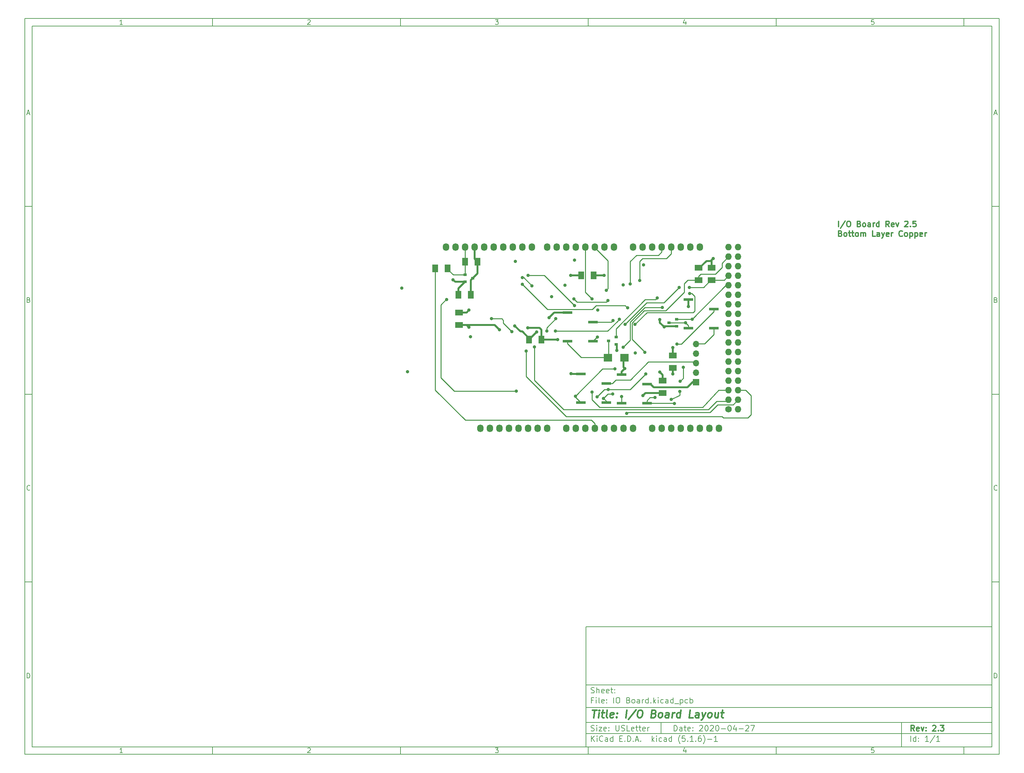
<source format=gbr>
G04 #@! TF.GenerationSoftware,KiCad,Pcbnew,(5.1.6)-1*
G04 #@! TF.CreationDate,2021-01-18T17:04:58-05:00*
G04 #@! TF.ProjectId,IO Board,494f2042-6f61-4726-942e-6b696361645f,2.3*
G04 #@! TF.SameCoordinates,Original*
G04 #@! TF.FileFunction,Copper,L4,Bot*
G04 #@! TF.FilePolarity,Positive*
%FSLAX46Y46*%
G04 Gerber Fmt 4.6, Leading zero omitted, Abs format (unit mm)*
G04 Created by KiCad (PCBNEW (5.1.6)-1) date 2021-01-18 17:04:58*
%MOMM*%
%LPD*%
G01*
G04 APERTURE LIST*
%ADD10C,0.100000*%
%ADD11C,0.150000*%
%ADD12C,0.300000*%
%ADD13C,0.400000*%
G04 #@! TA.AperFunction,NonConductor*
%ADD14C,0.300000*%
G04 #@! TD*
G04 #@! TA.AperFunction,SMDPad,CuDef*
%ADD15R,2.200000X2.150000*%
G04 #@! TD*
G04 #@! TA.AperFunction,SMDPad,CuDef*
%ADD16R,2.032000X1.524000*%
G04 #@! TD*
G04 #@! TA.AperFunction,SMDPad,CuDef*
%ADD17R,0.900000X0.800000*%
G04 #@! TD*
G04 #@! TA.AperFunction,SMDPad,CuDef*
%ADD18R,2.660000X0.800000*%
G04 #@! TD*
G04 #@! TA.AperFunction,ComponentPad*
%ADD19C,1.727200*%
G04 #@! TD*
G04 #@! TA.AperFunction,ComponentPad*
%ADD20O,1.727200X1.727200*%
G04 #@! TD*
G04 #@! TA.AperFunction,ComponentPad*
%ADD21O,1.727200X2.032000*%
G04 #@! TD*
G04 #@! TA.AperFunction,SMDPad,CuDef*
%ADD22R,1.524000X2.032000*%
G04 #@! TD*
G04 #@! TA.AperFunction,ComponentPad*
%ADD23O,1.700000X1.700000*%
G04 #@! TD*
G04 #@! TA.AperFunction,ComponentPad*
%ADD24R,1.700000X1.700000*%
G04 #@! TD*
G04 #@! TA.AperFunction,ViaPad*
%ADD25C,0.889000*%
G04 #@! TD*
G04 #@! TA.AperFunction,Conductor*
%ADD26C,0.508000*%
G04 #@! TD*
G04 #@! TA.AperFunction,Conductor*
%ADD27C,0.254000*%
G04 #@! TD*
G04 APERTURE END LIST*
D10*
D11*
X159400000Y-171900000D02*
X159400000Y-203900000D01*
X267400000Y-203900000D01*
X267400000Y-171900000D01*
X159400000Y-171900000D01*
D10*
D11*
X10000000Y-10000000D02*
X10000000Y-205900000D01*
X269400000Y-205900000D01*
X269400000Y-10000000D01*
X10000000Y-10000000D01*
D10*
D11*
X12000000Y-12000000D02*
X12000000Y-203900000D01*
X267400000Y-203900000D01*
X267400000Y-12000000D01*
X12000000Y-12000000D01*
D10*
D11*
X60000000Y-12000000D02*
X60000000Y-10000000D01*
D10*
D11*
X110000000Y-12000000D02*
X110000000Y-10000000D01*
D10*
D11*
X160000000Y-12000000D02*
X160000000Y-10000000D01*
D10*
D11*
X210000000Y-12000000D02*
X210000000Y-10000000D01*
D10*
D11*
X260000000Y-12000000D02*
X260000000Y-10000000D01*
D10*
D11*
X36065476Y-11588095D02*
X35322619Y-11588095D01*
X35694047Y-11588095D02*
X35694047Y-10288095D01*
X35570238Y-10473809D01*
X35446428Y-10597619D01*
X35322619Y-10659523D01*
D10*
D11*
X85322619Y-10411904D02*
X85384523Y-10350000D01*
X85508333Y-10288095D01*
X85817857Y-10288095D01*
X85941666Y-10350000D01*
X86003571Y-10411904D01*
X86065476Y-10535714D01*
X86065476Y-10659523D01*
X86003571Y-10845238D01*
X85260714Y-11588095D01*
X86065476Y-11588095D01*
D10*
D11*
X135260714Y-10288095D02*
X136065476Y-10288095D01*
X135632142Y-10783333D01*
X135817857Y-10783333D01*
X135941666Y-10845238D01*
X136003571Y-10907142D01*
X136065476Y-11030952D01*
X136065476Y-11340476D01*
X136003571Y-11464285D01*
X135941666Y-11526190D01*
X135817857Y-11588095D01*
X135446428Y-11588095D01*
X135322619Y-11526190D01*
X135260714Y-11464285D01*
D10*
D11*
X185941666Y-10721428D02*
X185941666Y-11588095D01*
X185632142Y-10226190D02*
X185322619Y-11154761D01*
X186127380Y-11154761D01*
D10*
D11*
X236003571Y-10288095D02*
X235384523Y-10288095D01*
X235322619Y-10907142D01*
X235384523Y-10845238D01*
X235508333Y-10783333D01*
X235817857Y-10783333D01*
X235941666Y-10845238D01*
X236003571Y-10907142D01*
X236065476Y-11030952D01*
X236065476Y-11340476D01*
X236003571Y-11464285D01*
X235941666Y-11526190D01*
X235817857Y-11588095D01*
X235508333Y-11588095D01*
X235384523Y-11526190D01*
X235322619Y-11464285D01*
D10*
D11*
X60000000Y-203900000D02*
X60000000Y-205900000D01*
D10*
D11*
X110000000Y-203900000D02*
X110000000Y-205900000D01*
D10*
D11*
X160000000Y-203900000D02*
X160000000Y-205900000D01*
D10*
D11*
X210000000Y-203900000D02*
X210000000Y-205900000D01*
D10*
D11*
X260000000Y-203900000D02*
X260000000Y-205900000D01*
D10*
D11*
X36065476Y-205488095D02*
X35322619Y-205488095D01*
X35694047Y-205488095D02*
X35694047Y-204188095D01*
X35570238Y-204373809D01*
X35446428Y-204497619D01*
X35322619Y-204559523D01*
D10*
D11*
X85322619Y-204311904D02*
X85384523Y-204250000D01*
X85508333Y-204188095D01*
X85817857Y-204188095D01*
X85941666Y-204250000D01*
X86003571Y-204311904D01*
X86065476Y-204435714D01*
X86065476Y-204559523D01*
X86003571Y-204745238D01*
X85260714Y-205488095D01*
X86065476Y-205488095D01*
D10*
D11*
X135260714Y-204188095D02*
X136065476Y-204188095D01*
X135632142Y-204683333D01*
X135817857Y-204683333D01*
X135941666Y-204745238D01*
X136003571Y-204807142D01*
X136065476Y-204930952D01*
X136065476Y-205240476D01*
X136003571Y-205364285D01*
X135941666Y-205426190D01*
X135817857Y-205488095D01*
X135446428Y-205488095D01*
X135322619Y-205426190D01*
X135260714Y-205364285D01*
D10*
D11*
X185941666Y-204621428D02*
X185941666Y-205488095D01*
X185632142Y-204126190D02*
X185322619Y-205054761D01*
X186127380Y-205054761D01*
D10*
D11*
X236003571Y-204188095D02*
X235384523Y-204188095D01*
X235322619Y-204807142D01*
X235384523Y-204745238D01*
X235508333Y-204683333D01*
X235817857Y-204683333D01*
X235941666Y-204745238D01*
X236003571Y-204807142D01*
X236065476Y-204930952D01*
X236065476Y-205240476D01*
X236003571Y-205364285D01*
X235941666Y-205426190D01*
X235817857Y-205488095D01*
X235508333Y-205488095D01*
X235384523Y-205426190D01*
X235322619Y-205364285D01*
D10*
D11*
X10000000Y-60000000D02*
X12000000Y-60000000D01*
D10*
D11*
X10000000Y-110000000D02*
X12000000Y-110000000D01*
D10*
D11*
X10000000Y-160000000D02*
X12000000Y-160000000D01*
D10*
D11*
X10690476Y-35216666D02*
X11309523Y-35216666D01*
X10566666Y-35588095D02*
X11000000Y-34288095D01*
X11433333Y-35588095D01*
D10*
D11*
X11092857Y-84907142D02*
X11278571Y-84969047D01*
X11340476Y-85030952D01*
X11402380Y-85154761D01*
X11402380Y-85340476D01*
X11340476Y-85464285D01*
X11278571Y-85526190D01*
X11154761Y-85588095D01*
X10659523Y-85588095D01*
X10659523Y-84288095D01*
X11092857Y-84288095D01*
X11216666Y-84350000D01*
X11278571Y-84411904D01*
X11340476Y-84535714D01*
X11340476Y-84659523D01*
X11278571Y-84783333D01*
X11216666Y-84845238D01*
X11092857Y-84907142D01*
X10659523Y-84907142D01*
D10*
D11*
X11402380Y-135464285D02*
X11340476Y-135526190D01*
X11154761Y-135588095D01*
X11030952Y-135588095D01*
X10845238Y-135526190D01*
X10721428Y-135402380D01*
X10659523Y-135278571D01*
X10597619Y-135030952D01*
X10597619Y-134845238D01*
X10659523Y-134597619D01*
X10721428Y-134473809D01*
X10845238Y-134350000D01*
X11030952Y-134288095D01*
X11154761Y-134288095D01*
X11340476Y-134350000D01*
X11402380Y-134411904D01*
D10*
D11*
X10659523Y-185588095D02*
X10659523Y-184288095D01*
X10969047Y-184288095D01*
X11154761Y-184350000D01*
X11278571Y-184473809D01*
X11340476Y-184597619D01*
X11402380Y-184845238D01*
X11402380Y-185030952D01*
X11340476Y-185278571D01*
X11278571Y-185402380D01*
X11154761Y-185526190D01*
X10969047Y-185588095D01*
X10659523Y-185588095D01*
D10*
D11*
X269400000Y-60000000D02*
X267400000Y-60000000D01*
D10*
D11*
X269400000Y-110000000D02*
X267400000Y-110000000D01*
D10*
D11*
X269400000Y-160000000D02*
X267400000Y-160000000D01*
D10*
D11*
X268090476Y-35216666D02*
X268709523Y-35216666D01*
X267966666Y-35588095D02*
X268400000Y-34288095D01*
X268833333Y-35588095D01*
D10*
D11*
X268492857Y-84907142D02*
X268678571Y-84969047D01*
X268740476Y-85030952D01*
X268802380Y-85154761D01*
X268802380Y-85340476D01*
X268740476Y-85464285D01*
X268678571Y-85526190D01*
X268554761Y-85588095D01*
X268059523Y-85588095D01*
X268059523Y-84288095D01*
X268492857Y-84288095D01*
X268616666Y-84350000D01*
X268678571Y-84411904D01*
X268740476Y-84535714D01*
X268740476Y-84659523D01*
X268678571Y-84783333D01*
X268616666Y-84845238D01*
X268492857Y-84907142D01*
X268059523Y-84907142D01*
D10*
D11*
X268802380Y-135464285D02*
X268740476Y-135526190D01*
X268554761Y-135588095D01*
X268430952Y-135588095D01*
X268245238Y-135526190D01*
X268121428Y-135402380D01*
X268059523Y-135278571D01*
X267997619Y-135030952D01*
X267997619Y-134845238D01*
X268059523Y-134597619D01*
X268121428Y-134473809D01*
X268245238Y-134350000D01*
X268430952Y-134288095D01*
X268554761Y-134288095D01*
X268740476Y-134350000D01*
X268802380Y-134411904D01*
D10*
D11*
X268059523Y-185588095D02*
X268059523Y-184288095D01*
X268369047Y-184288095D01*
X268554761Y-184350000D01*
X268678571Y-184473809D01*
X268740476Y-184597619D01*
X268802380Y-184845238D01*
X268802380Y-185030952D01*
X268740476Y-185278571D01*
X268678571Y-185402380D01*
X268554761Y-185526190D01*
X268369047Y-185588095D01*
X268059523Y-185588095D01*
D10*
D11*
X182832142Y-199678571D02*
X182832142Y-198178571D01*
X183189285Y-198178571D01*
X183403571Y-198250000D01*
X183546428Y-198392857D01*
X183617857Y-198535714D01*
X183689285Y-198821428D01*
X183689285Y-199035714D01*
X183617857Y-199321428D01*
X183546428Y-199464285D01*
X183403571Y-199607142D01*
X183189285Y-199678571D01*
X182832142Y-199678571D01*
X184975000Y-199678571D02*
X184975000Y-198892857D01*
X184903571Y-198750000D01*
X184760714Y-198678571D01*
X184475000Y-198678571D01*
X184332142Y-198750000D01*
X184975000Y-199607142D02*
X184832142Y-199678571D01*
X184475000Y-199678571D01*
X184332142Y-199607142D01*
X184260714Y-199464285D01*
X184260714Y-199321428D01*
X184332142Y-199178571D01*
X184475000Y-199107142D01*
X184832142Y-199107142D01*
X184975000Y-199035714D01*
X185475000Y-198678571D02*
X186046428Y-198678571D01*
X185689285Y-198178571D02*
X185689285Y-199464285D01*
X185760714Y-199607142D01*
X185903571Y-199678571D01*
X186046428Y-199678571D01*
X187117857Y-199607142D02*
X186975000Y-199678571D01*
X186689285Y-199678571D01*
X186546428Y-199607142D01*
X186475000Y-199464285D01*
X186475000Y-198892857D01*
X186546428Y-198750000D01*
X186689285Y-198678571D01*
X186975000Y-198678571D01*
X187117857Y-198750000D01*
X187189285Y-198892857D01*
X187189285Y-199035714D01*
X186475000Y-199178571D01*
X187832142Y-199535714D02*
X187903571Y-199607142D01*
X187832142Y-199678571D01*
X187760714Y-199607142D01*
X187832142Y-199535714D01*
X187832142Y-199678571D01*
X187832142Y-198750000D02*
X187903571Y-198821428D01*
X187832142Y-198892857D01*
X187760714Y-198821428D01*
X187832142Y-198750000D01*
X187832142Y-198892857D01*
X189617857Y-198321428D02*
X189689285Y-198250000D01*
X189832142Y-198178571D01*
X190189285Y-198178571D01*
X190332142Y-198250000D01*
X190403571Y-198321428D01*
X190475000Y-198464285D01*
X190475000Y-198607142D01*
X190403571Y-198821428D01*
X189546428Y-199678571D01*
X190475000Y-199678571D01*
X191403571Y-198178571D02*
X191546428Y-198178571D01*
X191689285Y-198250000D01*
X191760714Y-198321428D01*
X191832142Y-198464285D01*
X191903571Y-198750000D01*
X191903571Y-199107142D01*
X191832142Y-199392857D01*
X191760714Y-199535714D01*
X191689285Y-199607142D01*
X191546428Y-199678571D01*
X191403571Y-199678571D01*
X191260714Y-199607142D01*
X191189285Y-199535714D01*
X191117857Y-199392857D01*
X191046428Y-199107142D01*
X191046428Y-198750000D01*
X191117857Y-198464285D01*
X191189285Y-198321428D01*
X191260714Y-198250000D01*
X191403571Y-198178571D01*
X192475000Y-198321428D02*
X192546428Y-198250000D01*
X192689285Y-198178571D01*
X193046428Y-198178571D01*
X193189285Y-198250000D01*
X193260714Y-198321428D01*
X193332142Y-198464285D01*
X193332142Y-198607142D01*
X193260714Y-198821428D01*
X192403571Y-199678571D01*
X193332142Y-199678571D01*
X194260714Y-198178571D02*
X194403571Y-198178571D01*
X194546428Y-198250000D01*
X194617857Y-198321428D01*
X194689285Y-198464285D01*
X194760714Y-198750000D01*
X194760714Y-199107142D01*
X194689285Y-199392857D01*
X194617857Y-199535714D01*
X194546428Y-199607142D01*
X194403571Y-199678571D01*
X194260714Y-199678571D01*
X194117857Y-199607142D01*
X194046428Y-199535714D01*
X193975000Y-199392857D01*
X193903571Y-199107142D01*
X193903571Y-198750000D01*
X193975000Y-198464285D01*
X194046428Y-198321428D01*
X194117857Y-198250000D01*
X194260714Y-198178571D01*
X195403571Y-199107142D02*
X196546428Y-199107142D01*
X197546428Y-198178571D02*
X197689285Y-198178571D01*
X197832142Y-198250000D01*
X197903571Y-198321428D01*
X197975000Y-198464285D01*
X198046428Y-198750000D01*
X198046428Y-199107142D01*
X197975000Y-199392857D01*
X197903571Y-199535714D01*
X197832142Y-199607142D01*
X197689285Y-199678571D01*
X197546428Y-199678571D01*
X197403571Y-199607142D01*
X197332142Y-199535714D01*
X197260714Y-199392857D01*
X197189285Y-199107142D01*
X197189285Y-198750000D01*
X197260714Y-198464285D01*
X197332142Y-198321428D01*
X197403571Y-198250000D01*
X197546428Y-198178571D01*
X199332142Y-198678571D02*
X199332142Y-199678571D01*
X198975000Y-198107142D02*
X198617857Y-199178571D01*
X199546428Y-199178571D01*
X200117857Y-199107142D02*
X201260714Y-199107142D01*
X201903571Y-198321428D02*
X201975000Y-198250000D01*
X202117857Y-198178571D01*
X202475000Y-198178571D01*
X202617857Y-198250000D01*
X202689285Y-198321428D01*
X202760714Y-198464285D01*
X202760714Y-198607142D01*
X202689285Y-198821428D01*
X201832142Y-199678571D01*
X202760714Y-199678571D01*
X203260714Y-198178571D02*
X204260714Y-198178571D01*
X203617857Y-199678571D01*
D10*
D11*
X159400000Y-200400000D02*
X267400000Y-200400000D01*
D10*
D11*
X160832142Y-202478571D02*
X160832142Y-200978571D01*
X161689285Y-202478571D02*
X161046428Y-201621428D01*
X161689285Y-200978571D02*
X160832142Y-201835714D01*
X162332142Y-202478571D02*
X162332142Y-201478571D01*
X162332142Y-200978571D02*
X162260714Y-201050000D01*
X162332142Y-201121428D01*
X162403571Y-201050000D01*
X162332142Y-200978571D01*
X162332142Y-201121428D01*
X163903571Y-202335714D02*
X163832142Y-202407142D01*
X163617857Y-202478571D01*
X163475000Y-202478571D01*
X163260714Y-202407142D01*
X163117857Y-202264285D01*
X163046428Y-202121428D01*
X162975000Y-201835714D01*
X162975000Y-201621428D01*
X163046428Y-201335714D01*
X163117857Y-201192857D01*
X163260714Y-201050000D01*
X163475000Y-200978571D01*
X163617857Y-200978571D01*
X163832142Y-201050000D01*
X163903571Y-201121428D01*
X165189285Y-202478571D02*
X165189285Y-201692857D01*
X165117857Y-201550000D01*
X164975000Y-201478571D01*
X164689285Y-201478571D01*
X164546428Y-201550000D01*
X165189285Y-202407142D02*
X165046428Y-202478571D01*
X164689285Y-202478571D01*
X164546428Y-202407142D01*
X164475000Y-202264285D01*
X164475000Y-202121428D01*
X164546428Y-201978571D01*
X164689285Y-201907142D01*
X165046428Y-201907142D01*
X165189285Y-201835714D01*
X166546428Y-202478571D02*
X166546428Y-200978571D01*
X166546428Y-202407142D02*
X166403571Y-202478571D01*
X166117857Y-202478571D01*
X165975000Y-202407142D01*
X165903571Y-202335714D01*
X165832142Y-202192857D01*
X165832142Y-201764285D01*
X165903571Y-201621428D01*
X165975000Y-201550000D01*
X166117857Y-201478571D01*
X166403571Y-201478571D01*
X166546428Y-201550000D01*
X168403571Y-201692857D02*
X168903571Y-201692857D01*
X169117857Y-202478571D02*
X168403571Y-202478571D01*
X168403571Y-200978571D01*
X169117857Y-200978571D01*
X169760714Y-202335714D02*
X169832142Y-202407142D01*
X169760714Y-202478571D01*
X169689285Y-202407142D01*
X169760714Y-202335714D01*
X169760714Y-202478571D01*
X170475000Y-202478571D02*
X170475000Y-200978571D01*
X170832142Y-200978571D01*
X171046428Y-201050000D01*
X171189285Y-201192857D01*
X171260714Y-201335714D01*
X171332142Y-201621428D01*
X171332142Y-201835714D01*
X171260714Y-202121428D01*
X171189285Y-202264285D01*
X171046428Y-202407142D01*
X170832142Y-202478571D01*
X170475000Y-202478571D01*
X171975000Y-202335714D02*
X172046428Y-202407142D01*
X171975000Y-202478571D01*
X171903571Y-202407142D01*
X171975000Y-202335714D01*
X171975000Y-202478571D01*
X172617857Y-202050000D02*
X173332142Y-202050000D01*
X172475000Y-202478571D02*
X172975000Y-200978571D01*
X173475000Y-202478571D01*
X173975000Y-202335714D02*
X174046428Y-202407142D01*
X173975000Y-202478571D01*
X173903571Y-202407142D01*
X173975000Y-202335714D01*
X173975000Y-202478571D01*
X176975000Y-202478571D02*
X176975000Y-200978571D01*
X177117857Y-201907142D02*
X177546428Y-202478571D01*
X177546428Y-201478571D02*
X176975000Y-202050000D01*
X178189285Y-202478571D02*
X178189285Y-201478571D01*
X178189285Y-200978571D02*
X178117857Y-201050000D01*
X178189285Y-201121428D01*
X178260714Y-201050000D01*
X178189285Y-200978571D01*
X178189285Y-201121428D01*
X179546428Y-202407142D02*
X179403571Y-202478571D01*
X179117857Y-202478571D01*
X178975000Y-202407142D01*
X178903571Y-202335714D01*
X178832142Y-202192857D01*
X178832142Y-201764285D01*
X178903571Y-201621428D01*
X178975000Y-201550000D01*
X179117857Y-201478571D01*
X179403571Y-201478571D01*
X179546428Y-201550000D01*
X180832142Y-202478571D02*
X180832142Y-201692857D01*
X180760714Y-201550000D01*
X180617857Y-201478571D01*
X180332142Y-201478571D01*
X180189285Y-201550000D01*
X180832142Y-202407142D02*
X180689285Y-202478571D01*
X180332142Y-202478571D01*
X180189285Y-202407142D01*
X180117857Y-202264285D01*
X180117857Y-202121428D01*
X180189285Y-201978571D01*
X180332142Y-201907142D01*
X180689285Y-201907142D01*
X180832142Y-201835714D01*
X182189285Y-202478571D02*
X182189285Y-200978571D01*
X182189285Y-202407142D02*
X182046428Y-202478571D01*
X181760714Y-202478571D01*
X181617857Y-202407142D01*
X181546428Y-202335714D01*
X181475000Y-202192857D01*
X181475000Y-201764285D01*
X181546428Y-201621428D01*
X181617857Y-201550000D01*
X181760714Y-201478571D01*
X182046428Y-201478571D01*
X182189285Y-201550000D01*
X184475000Y-203050000D02*
X184403571Y-202978571D01*
X184260714Y-202764285D01*
X184189285Y-202621428D01*
X184117857Y-202407142D01*
X184046428Y-202050000D01*
X184046428Y-201764285D01*
X184117857Y-201407142D01*
X184189285Y-201192857D01*
X184260714Y-201050000D01*
X184403571Y-200835714D01*
X184475000Y-200764285D01*
X185760714Y-200978571D02*
X185046428Y-200978571D01*
X184975000Y-201692857D01*
X185046428Y-201621428D01*
X185189285Y-201550000D01*
X185546428Y-201550000D01*
X185689285Y-201621428D01*
X185760714Y-201692857D01*
X185832142Y-201835714D01*
X185832142Y-202192857D01*
X185760714Y-202335714D01*
X185689285Y-202407142D01*
X185546428Y-202478571D01*
X185189285Y-202478571D01*
X185046428Y-202407142D01*
X184975000Y-202335714D01*
X186475000Y-202335714D02*
X186546428Y-202407142D01*
X186475000Y-202478571D01*
X186403571Y-202407142D01*
X186475000Y-202335714D01*
X186475000Y-202478571D01*
X187975000Y-202478571D02*
X187117857Y-202478571D01*
X187546428Y-202478571D02*
X187546428Y-200978571D01*
X187403571Y-201192857D01*
X187260714Y-201335714D01*
X187117857Y-201407142D01*
X188617857Y-202335714D02*
X188689285Y-202407142D01*
X188617857Y-202478571D01*
X188546428Y-202407142D01*
X188617857Y-202335714D01*
X188617857Y-202478571D01*
X189975000Y-200978571D02*
X189689285Y-200978571D01*
X189546428Y-201050000D01*
X189475000Y-201121428D01*
X189332142Y-201335714D01*
X189260714Y-201621428D01*
X189260714Y-202192857D01*
X189332142Y-202335714D01*
X189403571Y-202407142D01*
X189546428Y-202478571D01*
X189832142Y-202478571D01*
X189975000Y-202407142D01*
X190046428Y-202335714D01*
X190117857Y-202192857D01*
X190117857Y-201835714D01*
X190046428Y-201692857D01*
X189975000Y-201621428D01*
X189832142Y-201550000D01*
X189546428Y-201550000D01*
X189403571Y-201621428D01*
X189332142Y-201692857D01*
X189260714Y-201835714D01*
X190617857Y-203050000D02*
X190689285Y-202978571D01*
X190832142Y-202764285D01*
X190903571Y-202621428D01*
X190975000Y-202407142D01*
X191046428Y-202050000D01*
X191046428Y-201764285D01*
X190975000Y-201407142D01*
X190903571Y-201192857D01*
X190832142Y-201050000D01*
X190689285Y-200835714D01*
X190617857Y-200764285D01*
X191760714Y-201907142D02*
X192903571Y-201907142D01*
X194403571Y-202478571D02*
X193546428Y-202478571D01*
X193975000Y-202478571D02*
X193975000Y-200978571D01*
X193832142Y-201192857D01*
X193689285Y-201335714D01*
X193546428Y-201407142D01*
D10*
D11*
X159400000Y-197400000D02*
X267400000Y-197400000D01*
D10*
D12*
X246809285Y-199678571D02*
X246309285Y-198964285D01*
X245952142Y-199678571D02*
X245952142Y-198178571D01*
X246523571Y-198178571D01*
X246666428Y-198250000D01*
X246737857Y-198321428D01*
X246809285Y-198464285D01*
X246809285Y-198678571D01*
X246737857Y-198821428D01*
X246666428Y-198892857D01*
X246523571Y-198964285D01*
X245952142Y-198964285D01*
X248023571Y-199607142D02*
X247880714Y-199678571D01*
X247595000Y-199678571D01*
X247452142Y-199607142D01*
X247380714Y-199464285D01*
X247380714Y-198892857D01*
X247452142Y-198750000D01*
X247595000Y-198678571D01*
X247880714Y-198678571D01*
X248023571Y-198750000D01*
X248095000Y-198892857D01*
X248095000Y-199035714D01*
X247380714Y-199178571D01*
X248595000Y-198678571D02*
X248952142Y-199678571D01*
X249309285Y-198678571D01*
X249880714Y-199535714D02*
X249952142Y-199607142D01*
X249880714Y-199678571D01*
X249809285Y-199607142D01*
X249880714Y-199535714D01*
X249880714Y-199678571D01*
X249880714Y-198750000D02*
X249952142Y-198821428D01*
X249880714Y-198892857D01*
X249809285Y-198821428D01*
X249880714Y-198750000D01*
X249880714Y-198892857D01*
X251666428Y-198321428D02*
X251737857Y-198250000D01*
X251880714Y-198178571D01*
X252237857Y-198178571D01*
X252380714Y-198250000D01*
X252452142Y-198321428D01*
X252523571Y-198464285D01*
X252523571Y-198607142D01*
X252452142Y-198821428D01*
X251595000Y-199678571D01*
X252523571Y-199678571D01*
X253166428Y-199535714D02*
X253237857Y-199607142D01*
X253166428Y-199678571D01*
X253095000Y-199607142D01*
X253166428Y-199535714D01*
X253166428Y-199678571D01*
X253737857Y-198178571D02*
X254666428Y-198178571D01*
X254166428Y-198750000D01*
X254380714Y-198750000D01*
X254523571Y-198821428D01*
X254595000Y-198892857D01*
X254666428Y-199035714D01*
X254666428Y-199392857D01*
X254595000Y-199535714D01*
X254523571Y-199607142D01*
X254380714Y-199678571D01*
X253952142Y-199678571D01*
X253809285Y-199607142D01*
X253737857Y-199535714D01*
D10*
D11*
X160760714Y-199607142D02*
X160975000Y-199678571D01*
X161332142Y-199678571D01*
X161475000Y-199607142D01*
X161546428Y-199535714D01*
X161617857Y-199392857D01*
X161617857Y-199250000D01*
X161546428Y-199107142D01*
X161475000Y-199035714D01*
X161332142Y-198964285D01*
X161046428Y-198892857D01*
X160903571Y-198821428D01*
X160832142Y-198750000D01*
X160760714Y-198607142D01*
X160760714Y-198464285D01*
X160832142Y-198321428D01*
X160903571Y-198250000D01*
X161046428Y-198178571D01*
X161403571Y-198178571D01*
X161617857Y-198250000D01*
X162260714Y-199678571D02*
X162260714Y-198678571D01*
X162260714Y-198178571D02*
X162189285Y-198250000D01*
X162260714Y-198321428D01*
X162332142Y-198250000D01*
X162260714Y-198178571D01*
X162260714Y-198321428D01*
X162832142Y-198678571D02*
X163617857Y-198678571D01*
X162832142Y-199678571D01*
X163617857Y-199678571D01*
X164760714Y-199607142D02*
X164617857Y-199678571D01*
X164332142Y-199678571D01*
X164189285Y-199607142D01*
X164117857Y-199464285D01*
X164117857Y-198892857D01*
X164189285Y-198750000D01*
X164332142Y-198678571D01*
X164617857Y-198678571D01*
X164760714Y-198750000D01*
X164832142Y-198892857D01*
X164832142Y-199035714D01*
X164117857Y-199178571D01*
X165475000Y-199535714D02*
X165546428Y-199607142D01*
X165475000Y-199678571D01*
X165403571Y-199607142D01*
X165475000Y-199535714D01*
X165475000Y-199678571D01*
X165475000Y-198750000D02*
X165546428Y-198821428D01*
X165475000Y-198892857D01*
X165403571Y-198821428D01*
X165475000Y-198750000D01*
X165475000Y-198892857D01*
X167332142Y-198178571D02*
X167332142Y-199392857D01*
X167403571Y-199535714D01*
X167475000Y-199607142D01*
X167617857Y-199678571D01*
X167903571Y-199678571D01*
X168046428Y-199607142D01*
X168117857Y-199535714D01*
X168189285Y-199392857D01*
X168189285Y-198178571D01*
X168832142Y-199607142D02*
X169046428Y-199678571D01*
X169403571Y-199678571D01*
X169546428Y-199607142D01*
X169617857Y-199535714D01*
X169689285Y-199392857D01*
X169689285Y-199250000D01*
X169617857Y-199107142D01*
X169546428Y-199035714D01*
X169403571Y-198964285D01*
X169117857Y-198892857D01*
X168975000Y-198821428D01*
X168903571Y-198750000D01*
X168832142Y-198607142D01*
X168832142Y-198464285D01*
X168903571Y-198321428D01*
X168975000Y-198250000D01*
X169117857Y-198178571D01*
X169475000Y-198178571D01*
X169689285Y-198250000D01*
X171046428Y-199678571D02*
X170332142Y-199678571D01*
X170332142Y-198178571D01*
X172117857Y-199607142D02*
X171975000Y-199678571D01*
X171689285Y-199678571D01*
X171546428Y-199607142D01*
X171475000Y-199464285D01*
X171475000Y-198892857D01*
X171546428Y-198750000D01*
X171689285Y-198678571D01*
X171975000Y-198678571D01*
X172117857Y-198750000D01*
X172189285Y-198892857D01*
X172189285Y-199035714D01*
X171475000Y-199178571D01*
X172617857Y-198678571D02*
X173189285Y-198678571D01*
X172832142Y-198178571D02*
X172832142Y-199464285D01*
X172903571Y-199607142D01*
X173046428Y-199678571D01*
X173189285Y-199678571D01*
X173475000Y-198678571D02*
X174046428Y-198678571D01*
X173689285Y-198178571D02*
X173689285Y-199464285D01*
X173760714Y-199607142D01*
X173903571Y-199678571D01*
X174046428Y-199678571D01*
X175117857Y-199607142D02*
X174975000Y-199678571D01*
X174689285Y-199678571D01*
X174546428Y-199607142D01*
X174475000Y-199464285D01*
X174475000Y-198892857D01*
X174546428Y-198750000D01*
X174689285Y-198678571D01*
X174975000Y-198678571D01*
X175117857Y-198750000D01*
X175189285Y-198892857D01*
X175189285Y-199035714D01*
X174475000Y-199178571D01*
X175832142Y-199678571D02*
X175832142Y-198678571D01*
X175832142Y-198964285D02*
X175903571Y-198821428D01*
X175975000Y-198750000D01*
X176117857Y-198678571D01*
X176260714Y-198678571D01*
D10*
D11*
X245832142Y-202478571D02*
X245832142Y-200978571D01*
X247189285Y-202478571D02*
X247189285Y-200978571D01*
X247189285Y-202407142D02*
X247046428Y-202478571D01*
X246760714Y-202478571D01*
X246617857Y-202407142D01*
X246546428Y-202335714D01*
X246475000Y-202192857D01*
X246475000Y-201764285D01*
X246546428Y-201621428D01*
X246617857Y-201550000D01*
X246760714Y-201478571D01*
X247046428Y-201478571D01*
X247189285Y-201550000D01*
X247903571Y-202335714D02*
X247975000Y-202407142D01*
X247903571Y-202478571D01*
X247832142Y-202407142D01*
X247903571Y-202335714D01*
X247903571Y-202478571D01*
X247903571Y-201550000D02*
X247975000Y-201621428D01*
X247903571Y-201692857D01*
X247832142Y-201621428D01*
X247903571Y-201550000D01*
X247903571Y-201692857D01*
X250546428Y-202478571D02*
X249689285Y-202478571D01*
X250117857Y-202478571D02*
X250117857Y-200978571D01*
X249975000Y-201192857D01*
X249832142Y-201335714D01*
X249689285Y-201407142D01*
X252260714Y-200907142D02*
X250975000Y-202835714D01*
X253546428Y-202478571D02*
X252689285Y-202478571D01*
X253117857Y-202478571D02*
X253117857Y-200978571D01*
X252975000Y-201192857D01*
X252832142Y-201335714D01*
X252689285Y-201407142D01*
D10*
D11*
X159400000Y-193400000D02*
X267400000Y-193400000D01*
D10*
D13*
X161112380Y-194104761D02*
X162255238Y-194104761D01*
X161433809Y-196104761D02*
X161683809Y-194104761D01*
X162671904Y-196104761D02*
X162838571Y-194771428D01*
X162921904Y-194104761D02*
X162814761Y-194200000D01*
X162898095Y-194295238D01*
X163005238Y-194200000D01*
X162921904Y-194104761D01*
X162898095Y-194295238D01*
X163505238Y-194771428D02*
X164267142Y-194771428D01*
X163874285Y-194104761D02*
X163660000Y-195819047D01*
X163731428Y-196009523D01*
X163910000Y-196104761D01*
X164100476Y-196104761D01*
X165052857Y-196104761D02*
X164874285Y-196009523D01*
X164802857Y-195819047D01*
X165017142Y-194104761D01*
X166588571Y-196009523D02*
X166386190Y-196104761D01*
X166005238Y-196104761D01*
X165826666Y-196009523D01*
X165755238Y-195819047D01*
X165850476Y-195057142D01*
X165969523Y-194866666D01*
X166171904Y-194771428D01*
X166552857Y-194771428D01*
X166731428Y-194866666D01*
X166802857Y-195057142D01*
X166779047Y-195247619D01*
X165802857Y-195438095D01*
X167552857Y-195914285D02*
X167636190Y-196009523D01*
X167529047Y-196104761D01*
X167445714Y-196009523D01*
X167552857Y-195914285D01*
X167529047Y-196104761D01*
X167683809Y-194866666D02*
X167767142Y-194961904D01*
X167660000Y-195057142D01*
X167576666Y-194961904D01*
X167683809Y-194866666D01*
X167660000Y-195057142D01*
X170005238Y-196104761D02*
X170255238Y-194104761D01*
X172648095Y-194009523D02*
X170612380Y-196580952D01*
X173683809Y-194104761D02*
X174064761Y-194104761D01*
X174243333Y-194200000D01*
X174410000Y-194390476D01*
X174457619Y-194771428D01*
X174374285Y-195438095D01*
X174231428Y-195819047D01*
X174017142Y-196009523D01*
X173814761Y-196104761D01*
X173433809Y-196104761D01*
X173255238Y-196009523D01*
X173088571Y-195819047D01*
X173040952Y-195438095D01*
X173124285Y-194771428D01*
X173267142Y-194390476D01*
X173481428Y-194200000D01*
X173683809Y-194104761D01*
X177469523Y-195057142D02*
X177743333Y-195152380D01*
X177826666Y-195247619D01*
X177898095Y-195438095D01*
X177862380Y-195723809D01*
X177743333Y-195914285D01*
X177636190Y-196009523D01*
X177433809Y-196104761D01*
X176671904Y-196104761D01*
X176921904Y-194104761D01*
X177588571Y-194104761D01*
X177767142Y-194200000D01*
X177850476Y-194295238D01*
X177921904Y-194485714D01*
X177898095Y-194676190D01*
X177779047Y-194866666D01*
X177671904Y-194961904D01*
X177469523Y-195057142D01*
X176802857Y-195057142D01*
X178957619Y-196104761D02*
X178779047Y-196009523D01*
X178695714Y-195914285D01*
X178624285Y-195723809D01*
X178695714Y-195152380D01*
X178814761Y-194961904D01*
X178921904Y-194866666D01*
X179124285Y-194771428D01*
X179410000Y-194771428D01*
X179588571Y-194866666D01*
X179671904Y-194961904D01*
X179743333Y-195152380D01*
X179671904Y-195723809D01*
X179552857Y-195914285D01*
X179445714Y-196009523D01*
X179243333Y-196104761D01*
X178957619Y-196104761D01*
X181338571Y-196104761D02*
X181469523Y-195057142D01*
X181398095Y-194866666D01*
X181219523Y-194771428D01*
X180838571Y-194771428D01*
X180636190Y-194866666D01*
X181350476Y-196009523D02*
X181148095Y-196104761D01*
X180671904Y-196104761D01*
X180493333Y-196009523D01*
X180421904Y-195819047D01*
X180445714Y-195628571D01*
X180564761Y-195438095D01*
X180767142Y-195342857D01*
X181243333Y-195342857D01*
X181445714Y-195247619D01*
X182290952Y-196104761D02*
X182457619Y-194771428D01*
X182410000Y-195152380D02*
X182529047Y-194961904D01*
X182636190Y-194866666D01*
X182838571Y-194771428D01*
X183029047Y-194771428D01*
X184386190Y-196104761D02*
X184636190Y-194104761D01*
X184398095Y-196009523D02*
X184195714Y-196104761D01*
X183814761Y-196104761D01*
X183636190Y-196009523D01*
X183552857Y-195914285D01*
X183481428Y-195723809D01*
X183552857Y-195152380D01*
X183671904Y-194961904D01*
X183779047Y-194866666D01*
X183981428Y-194771428D01*
X184362380Y-194771428D01*
X184540952Y-194866666D01*
X187814761Y-196104761D02*
X186862380Y-196104761D01*
X187112380Y-194104761D01*
X189338571Y-196104761D02*
X189469523Y-195057142D01*
X189398095Y-194866666D01*
X189219523Y-194771428D01*
X188838571Y-194771428D01*
X188636190Y-194866666D01*
X189350476Y-196009523D02*
X189148095Y-196104761D01*
X188671904Y-196104761D01*
X188493333Y-196009523D01*
X188421904Y-195819047D01*
X188445714Y-195628571D01*
X188564761Y-195438095D01*
X188767142Y-195342857D01*
X189243333Y-195342857D01*
X189445714Y-195247619D01*
X190267142Y-194771428D02*
X190576666Y-196104761D01*
X191219523Y-194771428D02*
X190576666Y-196104761D01*
X190326666Y-196580952D01*
X190219523Y-196676190D01*
X190017142Y-196771428D01*
X192100476Y-196104761D02*
X191921904Y-196009523D01*
X191838571Y-195914285D01*
X191767142Y-195723809D01*
X191838571Y-195152380D01*
X191957619Y-194961904D01*
X192064761Y-194866666D01*
X192267142Y-194771428D01*
X192552857Y-194771428D01*
X192731428Y-194866666D01*
X192814761Y-194961904D01*
X192886190Y-195152380D01*
X192814761Y-195723809D01*
X192695714Y-195914285D01*
X192588571Y-196009523D01*
X192386190Y-196104761D01*
X192100476Y-196104761D01*
X194648095Y-194771428D02*
X194481428Y-196104761D01*
X193790952Y-194771428D02*
X193660000Y-195819047D01*
X193731428Y-196009523D01*
X193910000Y-196104761D01*
X194195714Y-196104761D01*
X194398095Y-196009523D01*
X194505238Y-195914285D01*
X195314761Y-194771428D02*
X196076666Y-194771428D01*
X195683809Y-194104761D02*
X195469523Y-195819047D01*
X195540952Y-196009523D01*
X195719523Y-196104761D01*
X195910000Y-196104761D01*
D10*
D11*
X161332142Y-191492857D02*
X160832142Y-191492857D01*
X160832142Y-192278571D02*
X160832142Y-190778571D01*
X161546428Y-190778571D01*
X162117857Y-192278571D02*
X162117857Y-191278571D01*
X162117857Y-190778571D02*
X162046428Y-190850000D01*
X162117857Y-190921428D01*
X162189285Y-190850000D01*
X162117857Y-190778571D01*
X162117857Y-190921428D01*
X163046428Y-192278571D02*
X162903571Y-192207142D01*
X162832142Y-192064285D01*
X162832142Y-190778571D01*
X164189285Y-192207142D02*
X164046428Y-192278571D01*
X163760714Y-192278571D01*
X163617857Y-192207142D01*
X163546428Y-192064285D01*
X163546428Y-191492857D01*
X163617857Y-191350000D01*
X163760714Y-191278571D01*
X164046428Y-191278571D01*
X164189285Y-191350000D01*
X164260714Y-191492857D01*
X164260714Y-191635714D01*
X163546428Y-191778571D01*
X164903571Y-192135714D02*
X164975000Y-192207142D01*
X164903571Y-192278571D01*
X164832142Y-192207142D01*
X164903571Y-192135714D01*
X164903571Y-192278571D01*
X164903571Y-191350000D02*
X164975000Y-191421428D01*
X164903571Y-191492857D01*
X164832142Y-191421428D01*
X164903571Y-191350000D01*
X164903571Y-191492857D01*
X166760714Y-192278571D02*
X166760714Y-190778571D01*
X167760714Y-190778571D02*
X168046428Y-190778571D01*
X168189285Y-190850000D01*
X168332142Y-190992857D01*
X168403571Y-191278571D01*
X168403571Y-191778571D01*
X168332142Y-192064285D01*
X168189285Y-192207142D01*
X168046428Y-192278571D01*
X167760714Y-192278571D01*
X167617857Y-192207142D01*
X167475000Y-192064285D01*
X167403571Y-191778571D01*
X167403571Y-191278571D01*
X167475000Y-190992857D01*
X167617857Y-190850000D01*
X167760714Y-190778571D01*
X170689285Y-191492857D02*
X170903571Y-191564285D01*
X170975000Y-191635714D01*
X171046428Y-191778571D01*
X171046428Y-191992857D01*
X170975000Y-192135714D01*
X170903571Y-192207142D01*
X170760714Y-192278571D01*
X170189285Y-192278571D01*
X170189285Y-190778571D01*
X170689285Y-190778571D01*
X170832142Y-190850000D01*
X170903571Y-190921428D01*
X170975000Y-191064285D01*
X170975000Y-191207142D01*
X170903571Y-191350000D01*
X170832142Y-191421428D01*
X170689285Y-191492857D01*
X170189285Y-191492857D01*
X171903571Y-192278571D02*
X171760714Y-192207142D01*
X171689285Y-192135714D01*
X171617857Y-191992857D01*
X171617857Y-191564285D01*
X171689285Y-191421428D01*
X171760714Y-191350000D01*
X171903571Y-191278571D01*
X172117857Y-191278571D01*
X172260714Y-191350000D01*
X172332142Y-191421428D01*
X172403571Y-191564285D01*
X172403571Y-191992857D01*
X172332142Y-192135714D01*
X172260714Y-192207142D01*
X172117857Y-192278571D01*
X171903571Y-192278571D01*
X173689285Y-192278571D02*
X173689285Y-191492857D01*
X173617857Y-191350000D01*
X173475000Y-191278571D01*
X173189285Y-191278571D01*
X173046428Y-191350000D01*
X173689285Y-192207142D02*
X173546428Y-192278571D01*
X173189285Y-192278571D01*
X173046428Y-192207142D01*
X172975000Y-192064285D01*
X172975000Y-191921428D01*
X173046428Y-191778571D01*
X173189285Y-191707142D01*
X173546428Y-191707142D01*
X173689285Y-191635714D01*
X174403571Y-192278571D02*
X174403571Y-191278571D01*
X174403571Y-191564285D02*
X174475000Y-191421428D01*
X174546428Y-191350000D01*
X174689285Y-191278571D01*
X174832142Y-191278571D01*
X175975000Y-192278571D02*
X175975000Y-190778571D01*
X175975000Y-192207142D02*
X175832142Y-192278571D01*
X175546428Y-192278571D01*
X175403571Y-192207142D01*
X175332142Y-192135714D01*
X175260714Y-191992857D01*
X175260714Y-191564285D01*
X175332142Y-191421428D01*
X175403571Y-191350000D01*
X175546428Y-191278571D01*
X175832142Y-191278571D01*
X175975000Y-191350000D01*
X176689285Y-192135714D02*
X176760714Y-192207142D01*
X176689285Y-192278571D01*
X176617857Y-192207142D01*
X176689285Y-192135714D01*
X176689285Y-192278571D01*
X177403571Y-192278571D02*
X177403571Y-190778571D01*
X177546428Y-191707142D02*
X177975000Y-192278571D01*
X177975000Y-191278571D02*
X177403571Y-191850000D01*
X178617857Y-192278571D02*
X178617857Y-191278571D01*
X178617857Y-190778571D02*
X178546428Y-190850000D01*
X178617857Y-190921428D01*
X178689285Y-190850000D01*
X178617857Y-190778571D01*
X178617857Y-190921428D01*
X179975000Y-192207142D02*
X179832142Y-192278571D01*
X179546428Y-192278571D01*
X179403571Y-192207142D01*
X179332142Y-192135714D01*
X179260714Y-191992857D01*
X179260714Y-191564285D01*
X179332142Y-191421428D01*
X179403571Y-191350000D01*
X179546428Y-191278571D01*
X179832142Y-191278571D01*
X179975000Y-191350000D01*
X181260714Y-192278571D02*
X181260714Y-191492857D01*
X181189285Y-191350000D01*
X181046428Y-191278571D01*
X180760714Y-191278571D01*
X180617857Y-191350000D01*
X181260714Y-192207142D02*
X181117857Y-192278571D01*
X180760714Y-192278571D01*
X180617857Y-192207142D01*
X180546428Y-192064285D01*
X180546428Y-191921428D01*
X180617857Y-191778571D01*
X180760714Y-191707142D01*
X181117857Y-191707142D01*
X181260714Y-191635714D01*
X182617857Y-192278571D02*
X182617857Y-190778571D01*
X182617857Y-192207142D02*
X182475000Y-192278571D01*
X182189285Y-192278571D01*
X182046428Y-192207142D01*
X181975000Y-192135714D01*
X181903571Y-191992857D01*
X181903571Y-191564285D01*
X181975000Y-191421428D01*
X182046428Y-191350000D01*
X182189285Y-191278571D01*
X182475000Y-191278571D01*
X182617857Y-191350000D01*
X182975000Y-192421428D02*
X184117857Y-192421428D01*
X184475000Y-191278571D02*
X184475000Y-192778571D01*
X184475000Y-191350000D02*
X184617857Y-191278571D01*
X184903571Y-191278571D01*
X185046428Y-191350000D01*
X185117857Y-191421428D01*
X185189285Y-191564285D01*
X185189285Y-191992857D01*
X185117857Y-192135714D01*
X185046428Y-192207142D01*
X184903571Y-192278571D01*
X184617857Y-192278571D01*
X184475000Y-192207142D01*
X186475000Y-192207142D02*
X186332142Y-192278571D01*
X186046428Y-192278571D01*
X185903571Y-192207142D01*
X185832142Y-192135714D01*
X185760714Y-191992857D01*
X185760714Y-191564285D01*
X185832142Y-191421428D01*
X185903571Y-191350000D01*
X186046428Y-191278571D01*
X186332142Y-191278571D01*
X186475000Y-191350000D01*
X187117857Y-192278571D02*
X187117857Y-190778571D01*
X187117857Y-191350000D02*
X187260714Y-191278571D01*
X187546428Y-191278571D01*
X187689285Y-191350000D01*
X187760714Y-191421428D01*
X187832142Y-191564285D01*
X187832142Y-191992857D01*
X187760714Y-192135714D01*
X187689285Y-192207142D01*
X187546428Y-192278571D01*
X187260714Y-192278571D01*
X187117857Y-192207142D01*
D10*
D11*
X159400000Y-187400000D02*
X267400000Y-187400000D01*
D10*
D11*
X160760714Y-189507142D02*
X160975000Y-189578571D01*
X161332142Y-189578571D01*
X161475000Y-189507142D01*
X161546428Y-189435714D01*
X161617857Y-189292857D01*
X161617857Y-189150000D01*
X161546428Y-189007142D01*
X161475000Y-188935714D01*
X161332142Y-188864285D01*
X161046428Y-188792857D01*
X160903571Y-188721428D01*
X160832142Y-188650000D01*
X160760714Y-188507142D01*
X160760714Y-188364285D01*
X160832142Y-188221428D01*
X160903571Y-188150000D01*
X161046428Y-188078571D01*
X161403571Y-188078571D01*
X161617857Y-188150000D01*
X162260714Y-189578571D02*
X162260714Y-188078571D01*
X162903571Y-189578571D02*
X162903571Y-188792857D01*
X162832142Y-188650000D01*
X162689285Y-188578571D01*
X162475000Y-188578571D01*
X162332142Y-188650000D01*
X162260714Y-188721428D01*
X164189285Y-189507142D02*
X164046428Y-189578571D01*
X163760714Y-189578571D01*
X163617857Y-189507142D01*
X163546428Y-189364285D01*
X163546428Y-188792857D01*
X163617857Y-188650000D01*
X163760714Y-188578571D01*
X164046428Y-188578571D01*
X164189285Y-188650000D01*
X164260714Y-188792857D01*
X164260714Y-188935714D01*
X163546428Y-189078571D01*
X165475000Y-189507142D02*
X165332142Y-189578571D01*
X165046428Y-189578571D01*
X164903571Y-189507142D01*
X164832142Y-189364285D01*
X164832142Y-188792857D01*
X164903571Y-188650000D01*
X165046428Y-188578571D01*
X165332142Y-188578571D01*
X165475000Y-188650000D01*
X165546428Y-188792857D01*
X165546428Y-188935714D01*
X164832142Y-189078571D01*
X165975000Y-188578571D02*
X166546428Y-188578571D01*
X166189285Y-188078571D02*
X166189285Y-189364285D01*
X166260714Y-189507142D01*
X166403571Y-189578571D01*
X166546428Y-189578571D01*
X167046428Y-189435714D02*
X167117857Y-189507142D01*
X167046428Y-189578571D01*
X166975000Y-189507142D01*
X167046428Y-189435714D01*
X167046428Y-189578571D01*
X167046428Y-188650000D02*
X167117857Y-188721428D01*
X167046428Y-188792857D01*
X166975000Y-188721428D01*
X167046428Y-188650000D01*
X167046428Y-188792857D01*
D10*
D11*
X179400000Y-197400000D02*
X179400000Y-200400000D01*
D10*
D11*
X243400000Y-197400000D02*
X243400000Y-203900000D01*
D14*
X226612142Y-65443571D02*
X226612142Y-63943571D01*
X228397857Y-63872142D02*
X227112142Y-65800714D01*
X229183571Y-63943571D02*
X229469285Y-63943571D01*
X229612142Y-64015000D01*
X229755000Y-64157857D01*
X229826428Y-64443571D01*
X229826428Y-64943571D01*
X229755000Y-65229285D01*
X229612142Y-65372142D01*
X229469285Y-65443571D01*
X229183571Y-65443571D01*
X229040714Y-65372142D01*
X228897857Y-65229285D01*
X228826428Y-64943571D01*
X228826428Y-64443571D01*
X228897857Y-64157857D01*
X229040714Y-64015000D01*
X229183571Y-63943571D01*
X232112142Y-64657857D02*
X232326428Y-64729285D01*
X232397857Y-64800714D01*
X232469285Y-64943571D01*
X232469285Y-65157857D01*
X232397857Y-65300714D01*
X232326428Y-65372142D01*
X232183571Y-65443571D01*
X231612142Y-65443571D01*
X231612142Y-63943571D01*
X232112142Y-63943571D01*
X232255000Y-64015000D01*
X232326428Y-64086428D01*
X232397857Y-64229285D01*
X232397857Y-64372142D01*
X232326428Y-64515000D01*
X232255000Y-64586428D01*
X232112142Y-64657857D01*
X231612142Y-64657857D01*
X233326428Y-65443571D02*
X233183571Y-65372142D01*
X233112142Y-65300714D01*
X233040714Y-65157857D01*
X233040714Y-64729285D01*
X233112142Y-64586428D01*
X233183571Y-64515000D01*
X233326428Y-64443571D01*
X233540714Y-64443571D01*
X233683571Y-64515000D01*
X233755000Y-64586428D01*
X233826428Y-64729285D01*
X233826428Y-65157857D01*
X233755000Y-65300714D01*
X233683571Y-65372142D01*
X233540714Y-65443571D01*
X233326428Y-65443571D01*
X235112142Y-65443571D02*
X235112142Y-64657857D01*
X235040714Y-64515000D01*
X234897857Y-64443571D01*
X234612142Y-64443571D01*
X234469285Y-64515000D01*
X235112142Y-65372142D02*
X234969285Y-65443571D01*
X234612142Y-65443571D01*
X234469285Y-65372142D01*
X234397857Y-65229285D01*
X234397857Y-65086428D01*
X234469285Y-64943571D01*
X234612142Y-64872142D01*
X234969285Y-64872142D01*
X235112142Y-64800714D01*
X235826428Y-65443571D02*
X235826428Y-64443571D01*
X235826428Y-64729285D02*
X235897857Y-64586428D01*
X235969285Y-64515000D01*
X236112142Y-64443571D01*
X236255000Y-64443571D01*
X237397857Y-65443571D02*
X237397857Y-63943571D01*
X237397857Y-65372142D02*
X237255000Y-65443571D01*
X236969285Y-65443571D01*
X236826428Y-65372142D01*
X236755000Y-65300714D01*
X236683571Y-65157857D01*
X236683571Y-64729285D01*
X236755000Y-64586428D01*
X236826428Y-64515000D01*
X236969285Y-64443571D01*
X237255000Y-64443571D01*
X237397857Y-64515000D01*
X240112142Y-65443571D02*
X239612142Y-64729285D01*
X239255000Y-65443571D02*
X239255000Y-63943571D01*
X239826428Y-63943571D01*
X239969285Y-64015000D01*
X240040714Y-64086428D01*
X240112142Y-64229285D01*
X240112142Y-64443571D01*
X240040714Y-64586428D01*
X239969285Y-64657857D01*
X239826428Y-64729285D01*
X239255000Y-64729285D01*
X241326428Y-65372142D02*
X241183571Y-65443571D01*
X240897857Y-65443571D01*
X240755000Y-65372142D01*
X240683571Y-65229285D01*
X240683571Y-64657857D01*
X240755000Y-64515000D01*
X240897857Y-64443571D01*
X241183571Y-64443571D01*
X241326428Y-64515000D01*
X241397857Y-64657857D01*
X241397857Y-64800714D01*
X240683571Y-64943571D01*
X241897857Y-64443571D02*
X242255000Y-65443571D01*
X242612142Y-64443571D01*
X244255000Y-64086428D02*
X244326428Y-64015000D01*
X244469285Y-63943571D01*
X244826428Y-63943571D01*
X244969285Y-64015000D01*
X245040714Y-64086428D01*
X245112142Y-64229285D01*
X245112142Y-64372142D01*
X245040714Y-64586428D01*
X244183571Y-65443571D01*
X245112142Y-65443571D01*
X245755000Y-65300714D02*
X245826428Y-65372142D01*
X245755000Y-65443571D01*
X245683571Y-65372142D01*
X245755000Y-65300714D01*
X245755000Y-65443571D01*
X247183571Y-63943571D02*
X246469285Y-63943571D01*
X246397857Y-64657857D01*
X246469285Y-64586428D01*
X246612142Y-64515000D01*
X246969285Y-64515000D01*
X247112142Y-64586428D01*
X247183571Y-64657857D01*
X247255000Y-64800714D01*
X247255000Y-65157857D01*
X247183571Y-65300714D01*
X247112142Y-65372142D01*
X246969285Y-65443571D01*
X246612142Y-65443571D01*
X246469285Y-65372142D01*
X246397857Y-65300714D01*
X227112142Y-67207857D02*
X227326428Y-67279285D01*
X227397857Y-67350714D01*
X227469285Y-67493571D01*
X227469285Y-67707857D01*
X227397857Y-67850714D01*
X227326428Y-67922142D01*
X227183571Y-67993571D01*
X226612142Y-67993571D01*
X226612142Y-66493571D01*
X227112142Y-66493571D01*
X227255000Y-66565000D01*
X227326428Y-66636428D01*
X227397857Y-66779285D01*
X227397857Y-66922142D01*
X227326428Y-67065000D01*
X227255000Y-67136428D01*
X227112142Y-67207857D01*
X226612142Y-67207857D01*
X228326428Y-67993571D02*
X228183571Y-67922142D01*
X228112142Y-67850714D01*
X228040714Y-67707857D01*
X228040714Y-67279285D01*
X228112142Y-67136428D01*
X228183571Y-67065000D01*
X228326428Y-66993571D01*
X228540714Y-66993571D01*
X228683571Y-67065000D01*
X228755000Y-67136428D01*
X228826428Y-67279285D01*
X228826428Y-67707857D01*
X228755000Y-67850714D01*
X228683571Y-67922142D01*
X228540714Y-67993571D01*
X228326428Y-67993571D01*
X229255000Y-66993571D02*
X229826428Y-66993571D01*
X229469285Y-66493571D02*
X229469285Y-67779285D01*
X229540714Y-67922142D01*
X229683571Y-67993571D01*
X229826428Y-67993571D01*
X230112142Y-66993571D02*
X230683571Y-66993571D01*
X230326428Y-66493571D02*
X230326428Y-67779285D01*
X230397857Y-67922142D01*
X230540714Y-67993571D01*
X230683571Y-67993571D01*
X231397857Y-67993571D02*
X231255000Y-67922142D01*
X231183571Y-67850714D01*
X231112142Y-67707857D01*
X231112142Y-67279285D01*
X231183571Y-67136428D01*
X231255000Y-67065000D01*
X231397857Y-66993571D01*
X231612142Y-66993571D01*
X231755000Y-67065000D01*
X231826428Y-67136428D01*
X231897857Y-67279285D01*
X231897857Y-67707857D01*
X231826428Y-67850714D01*
X231755000Y-67922142D01*
X231612142Y-67993571D01*
X231397857Y-67993571D01*
X232540714Y-67993571D02*
X232540714Y-66993571D01*
X232540714Y-67136428D02*
X232612142Y-67065000D01*
X232755000Y-66993571D01*
X232969285Y-66993571D01*
X233112142Y-67065000D01*
X233183571Y-67207857D01*
X233183571Y-67993571D01*
X233183571Y-67207857D02*
X233255000Y-67065000D01*
X233397857Y-66993571D01*
X233612142Y-66993571D01*
X233755000Y-67065000D01*
X233826428Y-67207857D01*
X233826428Y-67993571D01*
X236397857Y-67993571D02*
X235683571Y-67993571D01*
X235683571Y-66493571D01*
X237540714Y-67993571D02*
X237540714Y-67207857D01*
X237469285Y-67065000D01*
X237326428Y-66993571D01*
X237040714Y-66993571D01*
X236897857Y-67065000D01*
X237540714Y-67922142D02*
X237397857Y-67993571D01*
X237040714Y-67993571D01*
X236897857Y-67922142D01*
X236826428Y-67779285D01*
X236826428Y-67636428D01*
X236897857Y-67493571D01*
X237040714Y-67422142D01*
X237397857Y-67422142D01*
X237540714Y-67350714D01*
X238112142Y-66993571D02*
X238469285Y-67993571D01*
X238826428Y-66993571D02*
X238469285Y-67993571D01*
X238326428Y-68350714D01*
X238255000Y-68422142D01*
X238112142Y-68493571D01*
X239969285Y-67922142D02*
X239826428Y-67993571D01*
X239540714Y-67993571D01*
X239397857Y-67922142D01*
X239326428Y-67779285D01*
X239326428Y-67207857D01*
X239397857Y-67065000D01*
X239540714Y-66993571D01*
X239826428Y-66993571D01*
X239969285Y-67065000D01*
X240040714Y-67207857D01*
X240040714Y-67350714D01*
X239326428Y-67493571D01*
X240683571Y-67993571D02*
X240683571Y-66993571D01*
X240683571Y-67279285D02*
X240755000Y-67136428D01*
X240826428Y-67065000D01*
X240969285Y-66993571D01*
X241112142Y-66993571D01*
X243612142Y-67850714D02*
X243540714Y-67922142D01*
X243326428Y-67993571D01*
X243183571Y-67993571D01*
X242969285Y-67922142D01*
X242826428Y-67779285D01*
X242755000Y-67636428D01*
X242683571Y-67350714D01*
X242683571Y-67136428D01*
X242755000Y-66850714D01*
X242826428Y-66707857D01*
X242969285Y-66565000D01*
X243183571Y-66493571D01*
X243326428Y-66493571D01*
X243540714Y-66565000D01*
X243612142Y-66636428D01*
X244469285Y-67993571D02*
X244326428Y-67922142D01*
X244255000Y-67850714D01*
X244183571Y-67707857D01*
X244183571Y-67279285D01*
X244255000Y-67136428D01*
X244326428Y-67065000D01*
X244469285Y-66993571D01*
X244683571Y-66993571D01*
X244826428Y-67065000D01*
X244897857Y-67136428D01*
X244969285Y-67279285D01*
X244969285Y-67707857D01*
X244897857Y-67850714D01*
X244826428Y-67922142D01*
X244683571Y-67993571D01*
X244469285Y-67993571D01*
X245612142Y-66993571D02*
X245612142Y-68493571D01*
X245612142Y-67065000D02*
X245755000Y-66993571D01*
X246040714Y-66993571D01*
X246183571Y-67065000D01*
X246255000Y-67136428D01*
X246326428Y-67279285D01*
X246326428Y-67707857D01*
X246255000Y-67850714D01*
X246183571Y-67922142D01*
X246040714Y-67993571D01*
X245755000Y-67993571D01*
X245612142Y-67922142D01*
X246969285Y-66993571D02*
X246969285Y-68493571D01*
X246969285Y-67065000D02*
X247112142Y-66993571D01*
X247397857Y-66993571D01*
X247540714Y-67065000D01*
X247612142Y-67136428D01*
X247683571Y-67279285D01*
X247683571Y-67707857D01*
X247612142Y-67850714D01*
X247540714Y-67922142D01*
X247397857Y-67993571D01*
X247112142Y-67993571D01*
X246969285Y-67922142D01*
X248897857Y-67922142D02*
X248755000Y-67993571D01*
X248469285Y-67993571D01*
X248326428Y-67922142D01*
X248255000Y-67779285D01*
X248255000Y-67207857D01*
X248326428Y-67065000D01*
X248469285Y-66993571D01*
X248755000Y-66993571D01*
X248897857Y-67065000D01*
X248969285Y-67207857D01*
X248969285Y-67350714D01*
X248255000Y-67493571D01*
X249612142Y-67993571D02*
X249612142Y-66993571D01*
X249612142Y-67279285D02*
X249683571Y-67136428D01*
X249755000Y-67065000D01*
X249897857Y-66993571D01*
X250040714Y-66993571D01*
D15*
X165200000Y-100300000D03*
X169600000Y-100300000D03*
D16*
X189357000Y-79679800D03*
X189357000Y-76377800D03*
X192836800Y-79654400D03*
X192836800Y-76352400D03*
D17*
X167395400Y-94833400D03*
X167395400Y-96733400D03*
X165395400Y-95783400D03*
X183483000Y-90058200D03*
X183483000Y-91958200D03*
X181483000Y-91008200D03*
D18*
X175615600Y-112369600D03*
X168875600Y-112369600D03*
X168875600Y-104749600D03*
X175615600Y-107289600D03*
X164804200Y-112268000D03*
X158064200Y-112268000D03*
X158064200Y-104648000D03*
X164804200Y-107188000D03*
X161213800Y-95935800D03*
X154473800Y-95935800D03*
X154473800Y-88315800D03*
X161213800Y-90855800D03*
X193404600Y-92430600D03*
X186664600Y-92430600D03*
X186664600Y-84810600D03*
X193404600Y-87350600D03*
D19*
X197358000Y-114046000D03*
D20*
X199898000Y-114046000D03*
X197358000Y-111506000D03*
X199898000Y-111506000D03*
X197358000Y-108966000D03*
X199898000Y-108966000D03*
X197358000Y-106426000D03*
X199898000Y-106426000D03*
X197358000Y-103886000D03*
X199898000Y-103886000D03*
X197358000Y-101346000D03*
X199898000Y-101346000D03*
X197358000Y-98806000D03*
X199898000Y-98806000D03*
X197358000Y-96266000D03*
X199898000Y-96266000D03*
X197358000Y-93726000D03*
X199898000Y-93726000D03*
X197358000Y-91186000D03*
X199898000Y-91186000D03*
X197358000Y-88646000D03*
X199898000Y-88646000D03*
X197358000Y-86106000D03*
X199898000Y-86106000D03*
X197358000Y-83566000D03*
X199898000Y-83566000D03*
X197358000Y-81026000D03*
X199898000Y-81026000D03*
X197358000Y-78486000D03*
X199898000Y-78486000D03*
X197358000Y-75946000D03*
X199898000Y-75946000D03*
X197358000Y-73406000D03*
X199898000Y-73406000D03*
X197358000Y-70866000D03*
X199898000Y-70866000D03*
D21*
X131318000Y-119126000D03*
X133858000Y-119126000D03*
X136398000Y-119126000D03*
X138938000Y-119126000D03*
X141478000Y-119126000D03*
X144018000Y-119126000D03*
X146558000Y-119126000D03*
X149098000Y-119126000D03*
X154178000Y-119126000D03*
X156718000Y-119126000D03*
X159258000Y-119126000D03*
X161798000Y-119126000D03*
X164338000Y-119126000D03*
X166878000Y-119126000D03*
X169418000Y-119126000D03*
X171958000Y-119126000D03*
X177038000Y-119126000D03*
X179578000Y-119126000D03*
X182118000Y-119126000D03*
X184658000Y-119126000D03*
X187198000Y-119126000D03*
X189738000Y-119126000D03*
X192278000Y-119126000D03*
X194818000Y-119126000D03*
X122174000Y-70866000D03*
X124714000Y-70866000D03*
X127254000Y-70866000D03*
X129794000Y-70866000D03*
X132334000Y-70866000D03*
X134874000Y-70866000D03*
X137414000Y-70866000D03*
X139954000Y-70866000D03*
X142494000Y-70866000D03*
X145034000Y-70866000D03*
X149098000Y-70866000D03*
X151638000Y-70866000D03*
X154178000Y-70866000D03*
X156718000Y-70866000D03*
X159258000Y-70866000D03*
X161798000Y-70866000D03*
X164338000Y-70866000D03*
X166878000Y-70866000D03*
X171958000Y-70866000D03*
X174498000Y-70866000D03*
X177038000Y-70866000D03*
X179578000Y-70866000D03*
X182118000Y-70866000D03*
X184658000Y-70866000D03*
X187198000Y-70866000D03*
X189738000Y-70866000D03*
D22*
X144272000Y-95504000D03*
X147574000Y-95504000D03*
D16*
X125603000Y-91567000D03*
X125603000Y-88265000D03*
D22*
X161417000Y-78359000D03*
X158115000Y-78359000D03*
D16*
X179832000Y-106426000D03*
X179832000Y-109728000D03*
X182499000Y-99695000D03*
X182499000Y-102997000D03*
D22*
X125476000Y-83566000D03*
X128778000Y-83566000D03*
X130556000Y-74752200D03*
X127254000Y-74752200D03*
D17*
X129228600Y-79156600D03*
X127228600Y-78206600D03*
X127228600Y-80106600D03*
D23*
X188700000Y-96640000D03*
X188700000Y-99180000D03*
X188700000Y-101720000D03*
X188700000Y-104260000D03*
D24*
X188700000Y-106800000D03*
D22*
X119298000Y-76500000D03*
X122600000Y-76500000D03*
D25*
X179070000Y-90170000D03*
X128651000Y-94742000D03*
X111887000Y-104013000D03*
X110363000Y-81788000D03*
X155321000Y-78359000D03*
X150241000Y-84074000D03*
X182499000Y-104648000D03*
X143891000Y-92329000D03*
X151892000Y-95504000D03*
X128270000Y-87630000D03*
X180212517Y-92099917D03*
X193243200Y-73888600D03*
X174523404Y-110388400D03*
X172516800Y-99060000D03*
X167640000Y-98323400D03*
X162560000Y-87630000D03*
X155448000Y-104521000D03*
X164211000Y-78359000D03*
X169291000Y-80899000D03*
X174752000Y-75565000D03*
X149606000Y-89662000D03*
X140589000Y-74676000D03*
X156337000Y-74295000D03*
X179070000Y-104140000D03*
X124002800Y-79552800D03*
X169748200Y-103174800D03*
X186690000Y-86639400D03*
X182485166Y-97560025D03*
X153797000Y-81026000D03*
X148971000Y-93218000D03*
X151384000Y-89916000D03*
X142494000Y-78994000D03*
X145034000Y-81153000D03*
X162356800Y-110744000D03*
X175336200Y-104597200D03*
X183616600Y-96621600D03*
X165353998Y-108762800D03*
X185267600Y-102819200D03*
X162407600Y-94767400D03*
X184327800Y-109270800D03*
X184480200Y-106578400D03*
X156133800Y-84632800D03*
X165252400Y-85039200D03*
X182100000Y-111400000D03*
X164084000Y-111125000D03*
X166497000Y-109982000D03*
X169799000Y-91440000D03*
X184200800Y-81584800D03*
X172466000Y-91440000D03*
X186969400Y-83159598D03*
X173736000Y-79756000D03*
X171196000Y-80645000D03*
X161035998Y-84632800D03*
X164820600Y-82321400D03*
X151257000Y-93218000D03*
X168275000Y-90093800D03*
X134239000Y-89916000D03*
X139700000Y-93345000D03*
X122301000Y-84836000D03*
X140843000Y-109220000D03*
X161036000Y-109474000D03*
X145669000Y-97409000D03*
X170256200Y-115138200D03*
X143510000Y-98552000D03*
X140462000Y-91821000D03*
X146304000Y-93472000D03*
X136398000Y-92837000D03*
X128270000Y-92202000D03*
X142494000Y-80772000D03*
X170500000Y-87000000D03*
X144018000Y-78359000D03*
X156362400Y-86410800D03*
X187640000Y-90058200D03*
X186867800Y-81559400D03*
X178384200Y-84404200D03*
X169265600Y-97536000D03*
X179704998Y-86893400D03*
X166598600Y-90424000D03*
X185896200Y-91008200D03*
X156565600Y-110540800D03*
X167106600Y-103301800D03*
X168884600Y-110617000D03*
X177800000Y-110900000D03*
X182900000Y-112500000D03*
X175056800Y-98831400D03*
D26*
X158115000Y-78359000D02*
X155321000Y-78359000D01*
X182499000Y-104648000D02*
X182499000Y-102997000D01*
X147574000Y-92837000D02*
X147574000Y-95504000D01*
X147066000Y-92329000D02*
X147574000Y-92837000D01*
X143891000Y-92329000D02*
X147066000Y-92329000D01*
X147574000Y-95504000D02*
X151892000Y-95504000D01*
X125603000Y-88265000D02*
X127635000Y-88265000D01*
X127635000Y-88265000D02*
X128270000Y-87630000D01*
X129794000Y-73990200D02*
X130556000Y-74752200D01*
X129794000Y-70866000D02*
X129794000Y-73990200D01*
X130556000Y-77829200D02*
X129228600Y-79156600D01*
X130556000Y-74752200D02*
X130556000Y-77829200D01*
X128778000Y-79607200D02*
X129228600Y-79156600D01*
X128778000Y-83566000D02*
X128778000Y-79607200D01*
X179070000Y-90957400D02*
X179070000Y-90170000D01*
X183483000Y-91958200D02*
X180070800Y-91958200D01*
X180070800Y-91958200D02*
X179070000Y-90957400D01*
X192582800Y-74549000D02*
X193243200Y-73888600D01*
X191439800Y-74549000D02*
X192582800Y-74549000D01*
X189357000Y-76377800D02*
X189611000Y-76377800D01*
X189611000Y-76377800D02*
X191439800Y-74549000D01*
X192836800Y-74295000D02*
X193243200Y-73888600D01*
X192836800Y-76352400D02*
X192836800Y-74295000D01*
X179832000Y-109728000D02*
X175183804Y-109728000D01*
X174967903Y-109943901D02*
X174523404Y-110388400D01*
X175183804Y-109728000D02*
X174967903Y-109943901D01*
X167640000Y-96978000D02*
X167395400Y-96733400D01*
X167640000Y-98323400D02*
X167640000Y-96978000D01*
X161417000Y-78359000D02*
X164211000Y-78359000D01*
X179832000Y-104902000D02*
X179832000Y-106426000D01*
X179070000Y-104140000D02*
X179832000Y-104902000D01*
X125476000Y-81859200D02*
X127228600Y-80106600D01*
X125476000Y-83566000D02*
X125476000Y-81859200D01*
X127228600Y-80106600D02*
X124556600Y-80106600D01*
X124556600Y-80106600D02*
X124002800Y-79552800D01*
X168875600Y-104749600D02*
X168875600Y-104047400D01*
X168875600Y-104047400D02*
X169748200Y-103174800D01*
X155575000Y-104648000D02*
X155448000Y-104521000D01*
X158064200Y-104648000D02*
X155575000Y-104648000D01*
X186690000Y-84836000D02*
X186664600Y-84810600D01*
X186690000Y-86639400D02*
X186690000Y-84836000D01*
X150952200Y-88315800D02*
X149606000Y-89662000D01*
X154473800Y-88315800D02*
X150952200Y-88315800D01*
X169408200Y-102834800D02*
X169748200Y-103174800D01*
X169408200Y-100228400D02*
X169408200Y-102834800D01*
X182499000Y-97573859D02*
X182485166Y-97560025D01*
X182499000Y-99695000D02*
X182499000Y-97573859D01*
D27*
X148971000Y-92329000D02*
X148971000Y-93218000D01*
X151384000Y-89916000D02*
X148971000Y-92329000D01*
X142875000Y-78994000D02*
X142494000Y-78994000D01*
X145034000Y-81153000D02*
X142875000Y-78994000D01*
X193404600Y-88004600D02*
X184787600Y-96621600D01*
X184245217Y-96621600D02*
X183616600Y-96621600D01*
X184787600Y-96621600D02*
X184245217Y-96621600D01*
X193404600Y-87350600D02*
X193404600Y-88004600D01*
X164725381Y-108762800D02*
X165353998Y-108762800D01*
X162356800Y-110744000D02*
X164338000Y-108762800D01*
X171170600Y-108762800D02*
X165982615Y-108762800D01*
X164338000Y-108762800D02*
X164725381Y-108762800D01*
X175336200Y-104597200D02*
X171170600Y-108762800D01*
X165982615Y-108762800D02*
X165353998Y-108762800D01*
X162382200Y-94767400D02*
X161213800Y-95935800D01*
X162407600Y-94767400D02*
X162382200Y-94767400D01*
X185267600Y-105765600D02*
X184645299Y-106387901D01*
X185267600Y-102819200D02*
X185267600Y-105765600D01*
X184645299Y-106387901D02*
X184645299Y-106413301D01*
X184645299Y-106413301D02*
X184480200Y-106578400D01*
X164807901Y-85483699D02*
X165252400Y-85039200D01*
X156984699Y-85483699D02*
X164807901Y-85483699D01*
X156133800Y-84632800D02*
X156984699Y-85483699D01*
X184327800Y-110300000D02*
X184327800Y-109270800D01*
X182100000Y-111400000D02*
X184327800Y-110300000D01*
X164804200Y-112268000D02*
X164804200Y-111845200D01*
X164804200Y-111845200D02*
X164084000Y-111125000D01*
X165227000Y-109982000D02*
X166497000Y-109982000D01*
X164084000Y-111125000D02*
X165227000Y-109982000D01*
X169799000Y-91440000D02*
X175590200Y-85648800D01*
X180136800Y-85648800D02*
X184200800Y-81584800D01*
X175590200Y-85648800D02*
X180136800Y-85648800D01*
X188379099Y-87845901D02*
X188379099Y-83940680D01*
X175628288Y-88277712D02*
X187947288Y-88277712D01*
X187947288Y-88277712D02*
X188379099Y-87845901D01*
X187598017Y-83159598D02*
X186969400Y-83159598D01*
X188379099Y-83940680D02*
X187598017Y-83159598D01*
X172466000Y-91440000D02*
X175628288Y-88277712D01*
X182118000Y-70866000D02*
X182118000Y-72644000D01*
X180848000Y-73914000D02*
X182118000Y-72644000D01*
X174498000Y-73914000D02*
X180848000Y-73914000D01*
X173736000Y-74676000D02*
X174498000Y-73914000D01*
X173736000Y-74676000D02*
X173736000Y-79756000D01*
X179578000Y-70866000D02*
X179578000Y-72136000D01*
X171196000Y-74676000D02*
X171196000Y-80645000D01*
X172847000Y-73025000D02*
X171196000Y-74676000D01*
X178689000Y-73025000D02*
X172847000Y-73025000D01*
X179578000Y-72136000D02*
X178689000Y-73025000D01*
X159258000Y-82854802D02*
X160591499Y-84188301D01*
X160591499Y-84188301D02*
X161035998Y-84632800D01*
X159258000Y-70866000D02*
X159258000Y-82854802D01*
X165265099Y-74485499D02*
X165265099Y-81876901D01*
X161798000Y-71018400D02*
X165265099Y-74485499D01*
X165265099Y-81876901D02*
X164820600Y-82321400D01*
X161798000Y-70866000D02*
X161798000Y-71018400D01*
X151257000Y-93218000D02*
X165150800Y-93218000D01*
X165150800Y-93218000D02*
X167830501Y-90538299D01*
X167830501Y-90538299D02*
X168275000Y-90093800D01*
X137000000Y-89916000D02*
X134239000Y-89916000D01*
X137414000Y-90400000D02*
X137000000Y-89916000D01*
X139700000Y-93345000D02*
X137414000Y-91059000D01*
X137414000Y-91059000D02*
X137414000Y-90400000D01*
X122174000Y-84836000D02*
X122301000Y-84836000D01*
X120777000Y-86233000D02*
X122174000Y-84836000D01*
X120777000Y-105664000D02*
X120777000Y-86233000D01*
X124333000Y-109220000D02*
X120777000Y-105664000D01*
X140843000Y-109220000D02*
X124333000Y-109220000D01*
X161036000Y-111455200D02*
X161036000Y-109474000D01*
X163068000Y-113487200D02*
X161036000Y-111455200D01*
X190500000Y-113487200D02*
X163068000Y-113487200D01*
X197358000Y-108966000D02*
X194691000Y-108966000D01*
X194691000Y-108966000D02*
X190500000Y-113487200D01*
X196926200Y-111937800D02*
X197358000Y-111506000D01*
X194157600Y-111937800D02*
X196926200Y-111937800D01*
X191998600Y-114096800D02*
X194157600Y-111937800D01*
X153466800Y-114096800D02*
X191998600Y-114096800D01*
X145669000Y-97409000D02*
X145669000Y-106299000D01*
X145669000Y-106299000D02*
X153466800Y-114096800D01*
X198602601Y-112801399D02*
X194462401Y-112801399D01*
X199898000Y-111506000D02*
X198602601Y-112801399D01*
X194462401Y-112801399D02*
X192405000Y-114858800D01*
X192405000Y-114858800D02*
X170535600Y-114858800D01*
X170535600Y-114858800D02*
X170256200Y-115138200D01*
X201930000Y-108966000D02*
X199898000Y-108966000D01*
X203327000Y-110363000D02*
X201930000Y-108966000D01*
X203327000Y-115443000D02*
X203327000Y-110363000D01*
X143510000Y-105308400D02*
X154178000Y-115976400D01*
X143510000Y-98552000D02*
X143510000Y-105308400D01*
X154178000Y-115976400D02*
X195630800Y-115976400D01*
X195630800Y-115976400D02*
X195935600Y-116281200D01*
X195935600Y-116281200D02*
X202488800Y-116281200D01*
X202488800Y-116281200D02*
X203327000Y-115443000D01*
D26*
X142557500Y-93408500D02*
X142430500Y-93281500D01*
X146304000Y-93472000D02*
X146177000Y-93345000D01*
X142430500Y-93281500D02*
X144272000Y-95123000D01*
X144272000Y-95123000D02*
X144272000Y-95504000D01*
X127508000Y-91567000D02*
X135128000Y-91567000D01*
X135128000Y-91567000D02*
X136398000Y-92837000D01*
X125603000Y-91567000D02*
X127508000Y-91567000D01*
X127508000Y-91567000D02*
X127635000Y-91567000D01*
X127635000Y-91567000D02*
X128270000Y-92202000D01*
X141922500Y-93281500D02*
X140462000Y-91821000D01*
X142430500Y-93281500D02*
X141922500Y-93281500D01*
X146304000Y-93472000D02*
X144272000Y-95504000D01*
D27*
X149136104Y-87414104D02*
X142494000Y-80772000D01*
X161124896Y-87414104D02*
X149136104Y-87414104D01*
X162090099Y-86448901D02*
X161124896Y-87414104D01*
X169800000Y-86448901D02*
X162090099Y-86448901D01*
X170500000Y-87000000D02*
X169800000Y-86448901D01*
X148310600Y-78359000D02*
X155917901Y-85966301D01*
X144018000Y-78359000D02*
X148310600Y-78359000D01*
X155917901Y-85966301D02*
X156362400Y-86410800D01*
X127228600Y-74777600D02*
X127254000Y-74752200D01*
X127228600Y-78206600D02*
X127228600Y-74777600D01*
X127254000Y-74752200D02*
X127254000Y-70866000D01*
X122600000Y-76754000D02*
X122600000Y-76500000D01*
X124052600Y-78206600D02*
X122600000Y-76754000D01*
X127228600Y-78206600D02*
X124052600Y-78206600D01*
X196672200Y-81026000D02*
X197358000Y-81026000D01*
X183483000Y-90058200D02*
X187640000Y-90058200D01*
X187640000Y-90058200D02*
X196672200Y-81026000D01*
X196189600Y-79654400D02*
X197358000Y-78486000D01*
X192836800Y-79654400D02*
X196189600Y-79654400D01*
X189941202Y-81559400D02*
X186867800Y-81559400D01*
X190677800Y-81559400D02*
X189941202Y-81559400D01*
X192836800Y-79654400D02*
X192582800Y-79654400D01*
X192582800Y-79654400D02*
X190677800Y-81559400D01*
X167395400Y-94179400D02*
X167395400Y-94833400D01*
X167395400Y-92621858D02*
X167395400Y-94179400D01*
X175168559Y-84848699D02*
X167395400Y-92621858D01*
X177939701Y-84848699D02*
X175168559Y-84848699D01*
X178384200Y-84404200D02*
X177939701Y-84848699D01*
X169265600Y-97536000D02*
X171132489Y-95669111D01*
X171132489Y-95669111D02*
X171132489Y-90833335D01*
X179076381Y-86893400D02*
X179704998Y-86893400D01*
X175072424Y-86893400D02*
X179076381Y-86893400D01*
X171132489Y-90833335D02*
X175072424Y-86893400D01*
X193404600Y-92430600D02*
X193404600Y-94111400D01*
X190970600Y-96545400D02*
X188620400Y-96545400D01*
X193404600Y-94111400D02*
X190970600Y-96545400D01*
X166166800Y-90855800D02*
X166598600Y-90424000D01*
X161213800Y-90855800D02*
X166166800Y-90855800D01*
X186664600Y-91776600D02*
X186664600Y-92430600D01*
X185896200Y-91008200D02*
X186664600Y-91776600D01*
X181483000Y-91008200D02*
X185896200Y-91008200D01*
X154473800Y-96589800D02*
X154473800Y-95935800D01*
X158112400Y-100228400D02*
X154473800Y-96589800D01*
X165008200Y-100228400D02*
X158112400Y-100228400D01*
X165395400Y-99841200D02*
X165008200Y-100228400D01*
X165395400Y-95783400D02*
X165395400Y-99841200D01*
X156565600Y-110769400D02*
X158064200Y-112268000D01*
X156565600Y-110540800D02*
X156565600Y-110769400D01*
X163804600Y-103301800D02*
X156565600Y-110540800D01*
X167106600Y-103301800D02*
X163804600Y-103301800D01*
X168875600Y-110626000D02*
X168884600Y-110617000D01*
X168875600Y-112369600D02*
X168875600Y-110626000D01*
X188391800Y-101396800D02*
X188620400Y-101625400D01*
X176022000Y-101396800D02*
X188391800Y-101396800D01*
X171221400Y-106197400D02*
X176022000Y-101396800D01*
X167378800Y-106197400D02*
X171221400Y-106197400D01*
X164804200Y-107188000D02*
X166388200Y-107188000D01*
X166388200Y-107188000D02*
X167378800Y-106197400D01*
D26*
X175615600Y-107289600D02*
X176545600Y-107289600D01*
X176545600Y-107289600D02*
X177453600Y-108197600D01*
D27*
X187870400Y-106705400D02*
X188620400Y-106705400D01*
D26*
X186378200Y-108197600D02*
X187870400Y-106705400D01*
X177453600Y-108197600D02*
X186378200Y-108197600D01*
D27*
X175615600Y-111715600D02*
X175615600Y-112369600D01*
X176431200Y-110900000D02*
X175615600Y-111715600D01*
X177800000Y-110900000D02*
X176431200Y-110900000D01*
X175615600Y-112369600D02*
X182769600Y-112369600D01*
X182769600Y-112369600D02*
X182900000Y-112500000D01*
X161798000Y-117856000D02*
X160842000Y-116900000D01*
X161798000Y-119126000D02*
X161798000Y-117856000D01*
X160842000Y-116900000D02*
X127300000Y-116900000D01*
X119298000Y-108898000D02*
X119298000Y-76500000D01*
X127300000Y-116900000D02*
X119298000Y-108898000D01*
X195630800Y-75133200D02*
X197358000Y-73406000D01*
X195630800Y-76225400D02*
X195630800Y-75133200D01*
X193827400Y-78028800D02*
X195630800Y-76225400D01*
X189992000Y-78028800D02*
X193827400Y-78028800D01*
X189357000Y-78663800D02*
X189992000Y-78028800D01*
X171640499Y-95415099D02*
X174612301Y-98386901D01*
X171640499Y-91043759D02*
X171640499Y-95415099D01*
X186461400Y-79679800D02*
X185572400Y-80568800D01*
X185572400Y-80568800D02*
X185572400Y-82877658D01*
X180680357Y-87769701D02*
X174914557Y-87769701D01*
X174612301Y-98386901D02*
X175056800Y-98831400D01*
X185572400Y-82877658D02*
X180680357Y-87769701D01*
X174914557Y-87769701D02*
X171640499Y-91043759D01*
X189357000Y-78663800D02*
X189357000Y-79679800D01*
X186461400Y-79679800D02*
X189357000Y-79679800D01*
M02*

</source>
